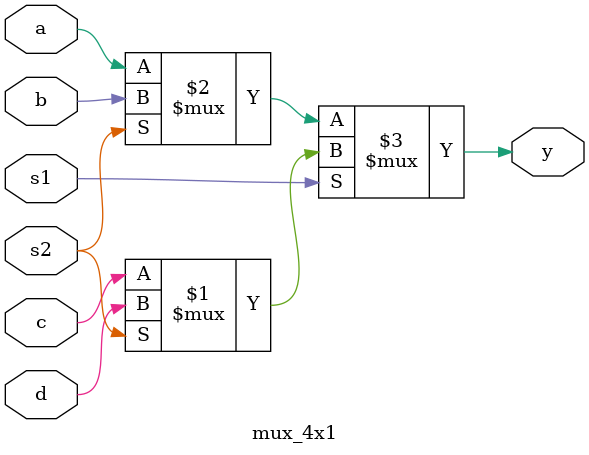
<source format=v>
module mux_4x1 (y,s1,s2,a,b,c,d);

input s1,s2,a,b,c,d;
output y;

assign y = s1?(s2? d:c):(s2? b:a);
endmodule
</source>
